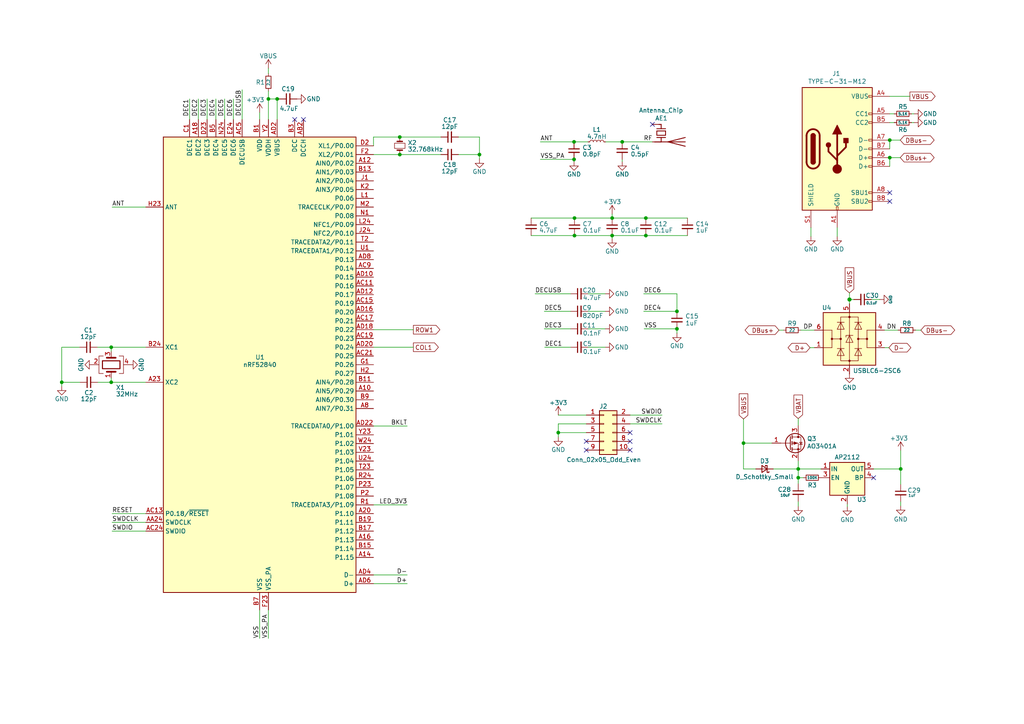
<source format=kicad_sch>
(kicad_sch (version 20211123) (generator eeschema)
  (paper "A4")
  (lib_symbols
    (symbol "Battery_Management:MCP73831-2-OT" (pin_names (offset 1.016))
      (property "Reference" "U" (at -7.62 6.35 0))
      (property "Value" "MCP73831-2-OT" (at 1.27 6.35 0))
      (symbol "MCP73831-2-OT_1_1"
        (pin output line (at 10.16 -2.54 180) (length 2.54) (name "STAT") (number "1"))
        (pin power_in line (at 0 -7.62 90) (length 2.54) (name "VSS") (number "2"))
        (pin power_out line (at 10.16 2.54 180) (length 2.54) (name "VBAT") (number "3"))
        (pin power_in line (at 0 7.62 270) (length 2.54) (name "VDD") (number "4"))
        (pin input line (at -10.16 -2.54 0) (length 2.54) (name "PROG") (number "5"))
      )
    )
    (symbol "Connector_Generic:Conn_01x02" (pin_names (offset 1.016) hide)
      (property "Reference" "J" (at 0 2.54 0))
      (property "Value" "Conn_01x02" (at 0 -5.08 0))
      (symbol "Conn_01x02_1_1"
        (pin passive line (at -5.08 0 0) (length 3.81) (name "Pin_1") (number "1"))
        (pin passive line (at -5.08 -2.54 0) (length 3.81) (name "Pin_2") (number "2"))
      )
    )
    (symbol "Connector_Generic:Conn_02x05_Odd_Even" (pin_names (offset 1.016) hide)
      (property "Reference" "J" (at 1.27 7.62 0))
      (property "Value" "Conn_02x05_Odd_Even" (at 1.27 -7.62 0))
      (symbol "Conn_02x05_Odd_Even_1_1"
        (pin passive line (at -5.08 5.08 0) (length 3.81) (name "Pin_1") (number "1"))
        (pin passive line (at 7.62 -5.08 180) (length 3.81) (name "Pin_10") (number "10"))
        (pin passive line (at 7.62 5.08 180) (length 3.81) (name "Pin_2") (number "2"))
        (pin passive line (at -5.08 2.54 0) (length 3.81) (name "Pin_3") (number "3"))
        (pin passive line (at 7.62 2.54 180) (length 3.81) (name "Pin_4") (number "4"))
        (pin passive line (at -5.08 0 0) (length 3.81) (name "Pin_5") (number "5"))
        (pin passive line (at 7.62 0 180) (length 3.81) (name "Pin_6") (number "6"))
        (pin passive line (at -5.08 -2.54 0) (length 3.81) (name "Pin_7") (number "7"))
        (pin passive line (at 7.62 -2.54 180) (length 3.81) (name "Pin_8") (number "8"))
        (pin passive line (at -5.08 -5.08 0) (length 3.81) (name "Pin_9") (number "9"))
      )
    )
    (symbol "Device:Antenna_Chip" (pin_numbers hide) (pin_names (offset 1.016) hide)
      (property "Reference" "AE" (at 0 5.08 0))
      (property "Value" "Antenna_Chip" (at 0 3.175 0))
      (symbol "Antenna_Chip_1_1"
        (pin input line (at -2.54 -2.54 90) (length 2.54) (name "FEED") (number "1"))
        (pin passive line (at 2.54 -2.54 90) (length 2.54) (name "PCB_Trace") (number "2"))
      )
    )
    (symbol "Device:C_Small" (pin_numbers hide) (pin_names (offset 0.254) hide)
      (property "Reference" "C" (at 0.254 1.778 0))
      (property "Value" "C_Small" (at 0.254 -2.032 0))
      (symbol "C_Small_1_1"
        (pin passive line (at 0 2.54 270) (length 2.032) (name "~") (number "1"))
        (pin passive line (at 0 -2.54 90) (length 2.032) (name "~") (number "2"))
      )
    )
    (symbol "Device:Crystal_GND24" (pin_names (offset 1.016) hide)
      (property "Reference" "Y" (at 3.175 5.08 0))
      (property "Value" "Crystal_GND24" (at 3.175 3.175 0))
      (symbol "Crystal_GND24_1_1"
        (pin passive line (at -3.81 0 0) (length 1.27) (name "1") (number "1"))
        (pin passive line (at 0 5.08 270) (length 1.27) (name "2") (number "2"))
        (pin passive line (at 3.81 0 180) (length 1.27) (name "3") (number "3"))
        (pin passive line (at 0 -5.08 90) (length 1.27) (name "4") (number "4"))
      )
    )
    (symbol "Device:Crystal_Small" (pin_numbers hide) (pin_names (offset 1.016) hide)
      (property "Reference" "Y" (at 0 2.54 0))
      (property "Value" "Crystal_Small" (at 0 -2.54 0))
      (symbol "Crystal_Small_1_1"
        (pin passive line (at -2.54 0 0) (length 1.27) (name "1") (number "1"))
        (pin passive line (at 2.54 0 180) (length 1.27) (name "2") (number "2"))
      )
    )
    (symbol "Device:D_Schottky_Small" (pin_numbers hide) (pin_names (offset 0.254) hide)
      (property "Reference" "D" (at -1.27 2.032 0))
      (property "Value" "D_Schottky_Small" (at -7.112 -2.032 0))
      (symbol "D_Schottky_Small_1_1"
        (pin passive line (at -2.54 0 0) (length 1.778) (name "K") (number "1"))
        (pin passive line (at 2.54 0 180) (length 1.778) (name "A") (number "2"))
      )
    )
    (symbol "Device:D_Small" (pin_numbers hide) (pin_names (offset 0.254) hide)
      (property "Reference" "D" (at -1.27 2.032 0))
      (property "Value" "D_Small" (at -3.81 -2.032 0))
      (symbol "D_Small_1_1"
        (pin passive line (at -2.54 0 0) (length 1.778) (name "K") (number "1"))
        (pin passive line (at 2.54 0 180) (length 1.778) (name "A") (number "2"))
      )
    )
    (symbol "Device:LED" (pin_numbers hide) (pin_names (offset 1.016) hide)
      (property "Reference" "D" (at 0 2.54 0))
      (property "Value" "LED" (at 0 -2.54 0))
      (symbol "LED_1_1"
        (pin passive line (at -3.81 0 0) (length 2.54) (name "K") (number "1"))
        (pin passive line (at 3.81 0 180) (length 2.54) (name "A") (number "2"))
      )
    )
    (symbol "Device:LED_Small" (pin_numbers hide) (pin_names (offset 0.254) hide)
      (property "Reference" "D" (at -1.27 3.175 0))
      (property "Value" "LED_Small" (at -4.445 -2.54 0))
      (symbol "LED_Small_1_1"
        (pin passive line (at -2.54 0 0) (length 1.778) (name "K") (number "1"))
        (pin passive line (at 2.54 0 180) (length 1.778) (name "A") (number "2"))
      )
    )
    (symbol "Device:L_Small" (pin_numbers hide) (pin_names (offset 0.254) hide)
      (property "Reference" "L" (at 0.762 1.016 0))
      (property "Value" "L_Small" (at 0.762 -1.016 0))
      (symbol "L_Small_1_1"
        (pin passive line (at 0 2.54 270) (length 0.508) (name "~") (number "1"))
        (pin passive line (at 0 -2.54 90) (length 0.508) (name "~") (number "2"))
      )
    )
    (symbol "Device:R_Small" (pin_numbers hide) (pin_names (offset 0.254) hide)
      (property "Reference" "R" (at 0.762 0.508 0))
      (property "Value" "R_Small" (at 0.762 -1.016 0))
      (symbol "R_Small_1_1"
        (pin passive line (at 0 2.54 270) (length 0.762) (name "~") (number "1"))
        (pin passive line (at 0 -2.54 90) (length 0.762) (name "~") (number "2"))
      )
    )
    (symbol "Device:RotaryEncoder_Switch" (pin_names (offset 0.254) hide)
      (property "Reference" "SW" (at 0 6.604 0))
      (property "Value" "RotaryEncoder_Switch" (at 0 -6.604 0))
      (symbol "RotaryEncoder_Switch_1_1"
        (pin passive line (at -7.62 2.54 0) (length 2.54) (name "A") (number "A"))
        (pin passive line (at -7.62 -2.54 0) (length 2.54) (name "B") (number "B"))
        (pin passive line (at -7.62 0 0) (length 2.54) (name "C") (number "C"))
        (pin passive line (at 7.62 2.54 180) (length 2.54) (name "S1") (number "S1"))
        (pin passive line (at 7.62 -2.54 180) (length 2.54) (name "S2") (number "S2"))
      )
    )
    (symbol "LED:SK6812" (pin_names (offset 0.254))
      (property "Reference" "D" (at 5.08 5.715 0))
      (property "Value" "SK6812" (at 1.27 -5.715 0))
      (symbol "SK6812_0_0"
        (text "RGB" (at 2.286 -4.191 0) (effects (font (size 0.762 0.762))))
      )
      (symbol "SK6812_1_1"
        (pin power_in line (at 0 -7.62 90) (length 2.54) (name "VSS") (number "1"))
        (pin input line (at -7.62 0 0) (length 2.54) (name "DIN") (number "2"))
        (pin power_in line (at 0 7.62 270) (length 2.54) (name "VDD") (number "3"))
        (pin output line (at 7.62 0 180) (length 2.54) (name "DOUT") (number "4"))
      )
    )
    (symbol "MCU_Nordic:nRF52840"
      (property "Reference" "U" (at 0 5.08 0))
      (property "Value" "nRF52840" (at 0 2.54 0))
      (symbol "nRF52840_1_1"
        (pin bidirectional line (at 33.02 -7.62 180) (length 5.08) (name "AIN5/P0.29") (number "A10"))
        (pin bidirectional line (at 33.02 58.42 180) (length 5.08) (name "AIN0/P0.02") (number "A12"))
        (pin bidirectional line (at 33.02 -55.88 180) (length 5.08) (name "P1.15") (number "A14"))
        (pin bidirectional line (at 33.02 -50.8 180) (length 5.08) (name "P1.13") (number "A16"))
        (pin passive line (at -17.78 71.12 270) (length 5.08) (name "DEC2") (number "A18"))
        (pin bidirectional line (at 33.02 -43.18 180) (length 5.08) (name "P1.10") (number "A20"))
        (pin passive line (at 0 71.12 270) (length 5.08) hide (name "VDD") (number "A22"))
        (pin input line (at -33.02 -5.08 0) (length 5.08) (name "XC2") (number "A23"))
        (pin bidirectional line (at 33.02 -12.7 180) (length 5.08) (name "AIN7/P0.31") (number "A8"))
        (pin input line (at -33.02 -45.72 0) (length 5.08) (name "SWDCLK") (number "AA24"))
        (pin power_out line (at 12.7 71.12 270) (length 5.08) (name "DCCH") (number "AB2"))
        (pin bidirectional line (at 33.02 22.86 180) (length 5.08) (name "P0.16") (number "AC11"))
        (pin bidirectional line (at -33.02 -43.18 0) (length 5.08) (name "P0.18/~{RESET}") (number "AC13"))
        (pin bidirectional line (at 33.02 17.78 180) (length 5.08) (name "P0.19") (number "AC15"))
        (pin bidirectional line (at 33.02 12.7 180) (length 5.08) (name "P0.21") (number "AC17"))
        (pin bidirectional line (at 33.02 7.62 180) (length 5.08) (name "P0.23") (number "AC19"))
        (pin bidirectional line (at 33.02 2.54 180) (length 5.08) (name "P0.25") (number "AC21"))
        (pin bidirectional line (at -33.02 -48.26 0) (length 5.08) (name "SWDIO") (number "AC24"))
        (pin passive line (at -5.08 71.12 270) (length 5.08) (name "DECUSB") (number "AC5"))
        (pin bidirectional line (at 33.02 27.94 180) (length 5.08) (name "P0.14") (number "AC9"))
        (pin bidirectional line (at 33.02 25.4 180) (length 5.08) (name "P0.15") (number "AD10"))
        (pin bidirectional line (at 33.02 20.32 180) (length 5.08) (name "P0.17") (number "AD12"))
        (pin passive line (at 0 71.12 270) (length 5.08) hide (name "VDD") (number "AD14"))
        (pin bidirectional line (at 33.02 15.24 180) (length 5.08) (name "P0.20") (number "AD16"))
        (pin bidirectional line (at 33.02 10.16 180) (length 5.08) (name "P0.22") (number "AD18"))
        (pin power_in line (at 5.08 71.12 270) (length 5.08) (name "VBUS") (number "AD2"))
        (pin bidirectional line (at 33.02 5.08 180) (length 5.08) (name "P0.24") (number "AD20"))
        (pin bidirectional line (at 33.02 -17.78 180) (length 5.08) (name "TRACEDATA0/P1.00") (number "AD22"))
        (pin passive line (at 0 71.12 270) (length 5.08) hide (name "VDD") (number "AD23"))
        (pin bidirectional line (at 33.02 -60.96 180) (length 5.08) (name "D-") (number "AD4"))
        (pin bidirectional line (at 33.02 -63.5 180) (length 5.08) (name "D+") (number "AD6"))
        (pin bidirectional line (at 33.02 30.48 180) (length 5.08) (name "P0.13") (number "AD8"))
        (pin power_in line (at 0 71.12 270) (length 5.08) (name "VDD") (number "B1"))
        (pin bidirectional line (at 33.02 -5.08 180) (length 5.08) (name "AIN4/P0.28") (number "B11"))
        (pin bidirectional line (at 33.02 55.88 180) (length 5.08) (name "AIN1/P0.03") (number "B13"))
        (pin bidirectional line (at 33.02 -53.34 180) (length 5.08) (name "P1.14") (number "B15"))
        (pin bidirectional line (at 33.02 -48.26 180) (length 5.08) (name "P1.12") (number "B17"))
        (pin bidirectional line (at 33.02 -45.72 180) (length 5.08) (name "P1.11") (number "B19"))
        (pin input line (at -33.02 5.08 0) (length 5.08) (name "XC1") (number "B24"))
        (pin power_out line (at 10.16 71.12 270) (length 5.08) (name "DCC") (number "B3"))
        (pin passive line (at -12.7 71.12 270) (length 5.08) (name "DEC4") (number "B5"))
        (pin power_in line (at 0 -71.12 90) (length 5.08) (name "VSS") (number "B7"))
        (pin bidirectional line (at 33.02 -10.16 180) (length 5.08) (name "AIN6/P0.30") (number "B9"))
        (pin passive line (at -20.32 71.12 270) (length 5.08) (name "DEC1") (number "C1"))
        (pin bidirectional line (at 33.02 63.5 180) (length 5.08) (name "XL1/P0.00") (number "D2"))
        (pin passive line (at -15.24 71.12 270) (length 5.08) (name "DEC3") (number "D23"))
        (pin passive line (at -7.62 71.12 270) (length 5.08) (name "DEC6") (number "E24"))
        (pin passive line (at 0 -71.12 90) (length 5.08) hide (name "VSS") (number "EP"))
        (pin bidirectional line (at 33.02 60.96 180) (length 5.08) (name "XL2/P0.01") (number "F2"))
        (pin power_in line (at 2.54 -71.12 90) (length 5.08) (name "VSS_PA") (number "F23"))
        (pin bidirectional line (at 33.02 0 180) (length 5.08) (name "P0.26") (number "G1"))
        (pin bidirectional line (at 33.02 -2.54 180) (length 5.08) (name "P0.27") (number "H2"))
        (pin passive line (at -33.02 45.72 0) (length 5.08) (name "ANT") (number "H23"))
        (pin bidirectional line (at 33.02 53.34 180) (length 5.08) (name "AIN2/P0.04") (number "J1"))
        (pin bidirectional line (at 33.02 38.1 180) (length 5.08) (name "NFC2/P0.10") (number "J24"))
        (pin bidirectional line (at 33.02 50.8 180) (length 5.08) (name "AIN3/P0.05") (number "K2"))
        (pin bidirectional line (at 33.02 48.26 180) (length 5.08) (name "P0.06") (number "L1"))
        (pin bidirectional line (at 33.02 40.64 180) (length 5.08) (name "NFC1/P0.09") (number "L24"))
        (pin bidirectional line (at 33.02 45.72 180) (length 5.08) (name "TRACECLK/P0.07") (number "M2"))
        (pin bidirectional line (at 33.02 43.18 180) (length 5.08) (name "P0.08") (number "N1"))
        (pin passive line (at -10.16 71.12 270) (length 5.08) (name "DEC5") (number "N24"))
        (pin bidirectional line (at 33.02 -38.1 180) (length 5.08) (name "P1.08") (number "P2"))
        (pin bidirectional line (at 33.02 -35.56 180) (length 5.08) (name "P1.07") (number "P23"))
        (pin bidirectional line (at 33.02 -40.64 180) (length 5.08) (name "TRACEDATA3/P1.09") (number "R1"))
        (pin bidirectional line (at 33.02 -33.02 180) (length 5.08) (name "P1.06") (number "R24"))
        (pin bidirectional line (at 33.02 35.56 180) (length 5.08) (name "TRACEDATA2/P0.11") (number "T2"))
        (pin bidirectional line (at 33.02 -30.48 180) (length 5.08) (name "P1.05") (number "T23"))
        (pin bidirectional line (at 33.02 33.02 180) (length 5.08) (name "TRACEDATA1/P0.12") (number "U1"))
        (pin bidirectional line (at 33.02 -27.94 180) (length 5.08) (name "P1.04") (number "U24"))
        (pin bidirectional line (at 33.02 -25.4 180) (length 5.08) (name "P1.03") (number "V23"))
        (pin passive line (at 0 71.12 270) (length 5.08) hide (name "VDD") (number "W1"))
        (pin bidirectional line (at 33.02 -22.86 180) (length 5.08) (name "P1.02") (number "W24"))
        (pin power_in line (at 2.54 71.12 270) (length 5.08) (name "VDDH") (number "Y2"))
        (pin bidirectional line (at 33.02 -20.32 180) (length 5.08) (name "P1.01") (number "Y23"))
      )
    )
    (symbol "Power_Protection:USBLC6-2SC6" (pin_names hide)
      (property "Reference" "U" (at 2.54 8.89 0))
      (property "Value" "USBLC6-2SC6" (at 2.54 -8.89 0))
      (symbol "USBLC6-2SC6_1_1"
        (pin passive line (at -10.16 -2.54 0) (length 2.54) (name "I/O1") (number "1"))
        (pin passive line (at 0 -10.16 90) (length 2.54) (name "GND") (number "2"))
        (pin passive line (at 10.16 -2.54 180) (length 2.54) (name "I/O2") (number "3"))
        (pin passive line (at 10.16 2.54 180) (length 2.54) (name "I/O2") (number "4"))
        (pin passive line (at 0 10.16 270) (length 2.54) (name "VBUS") (number "5"))
        (pin passive line (at -10.16 2.54 0) (length 2.54) (name "I/O1") (number "6"))
      )
    )
    (symbol "Regulator_Linear:SPX3819M5-L-3-3" (pin_names (offset 0.254))
      (property "Reference" "U" (at -3.81 5.715 0))
      (property "Value" "SPX3819M5-L-3-3" (at 0 5.715 0))
      (symbol "SPX3819M5-L-3-3_1_1"
        (pin power_in line (at -7.62 2.54 0) (length 2.54) (name "IN") (number "1"))
        (pin power_in line (at 0 -7.62 90) (length 2.54) (name "GND") (number "2"))
        (pin input line (at -7.62 0 0) (length 2.54) (name "EN") (number "3"))
        (pin input line (at 7.62 0 180) (length 2.54) (name "BP") (number "4"))
        (pin power_out line (at 7.62 2.54 180) (length 2.54) (name "OUT") (number "5"))
      )
    )
    (symbol "Transistor_FET:2N7002" (pin_names hide)
      (property "Reference" "Q" (at 5.08 1.905 0))
      (property "Value" "2N7002" (at 5.08 0 0))
      (symbol "2N7002_1_1"
        (pin input line (at -5.08 0 0) (length 2.54) (name "G") (number "1"))
        (pin passive line (at 2.54 -5.08 90) (length 2.54) (name "S") (number "2"))
        (pin passive line (at 2.54 5.08 270) (length 2.54) (name "D") (number "3"))
      )
    )
    (symbol "Transistor_FET:AO3401A" (pin_names hide)
      (property "Reference" "Q" (at 5.08 1.905 0))
      (property "Value" "AO3401A" (at 5.08 0 0))
      (symbol "AO3401A_1_1"
        (pin input line (at -5.08 0 0) (length 2.54) (name "G") (number "1"))
        (pin passive line (at 2.54 -5.08 90) (length 2.54) (name "S") (number "2"))
        (pin passive line (at 2.54 5.08 270) (length 2.54) (name "D") (number "3"))
      )
    )
    (symbol "acheron_Symbols:TYPE-C-31-M-12" (pin_names (offset 1.016))
      (property "Reference" "J" (at 0 24.13 0))
      (property "Value" "TYPE-C-31-M-12" (at 0 21.59 0))
      (symbol "TYPE-C-31-M-12_1_1"
        (pin passive line (at 0 -21.59 90) (length 5.08) (name "GND") (number "A1"))
        (pin passive line (at 15.24 16.51 180) (length 5.08) (name "VBUS") (number "A4"))
        (pin bidirectional line (at 15.24 11.43 180) (length 5.08) (name "CC1") (number "A5"))
        (pin bidirectional line (at 15.24 -1.27 180) (length 5.08) (name "D+") (number "A6"))
        (pin bidirectional line (at 15.24 3.81 180) (length 5.08) (name "D-") (number "A7"))
        (pin bidirectional line (at 15.24 -11.43 180) (length 5.08) (name "SBU1") (number "A8"))
        (pin passive line (at 0 -21.59 90) (length 5.08) hide (name "GND") (number "B1"))
        (pin passive line (at 15.24 16.51 180) (length 5.08) hide (name "VBUS") (number "B4"))
        (pin bidirectional line (at 15.24 8.89 180) (length 5.08) (name "CC2") (number "B5"))
        (pin bidirectional line (at 15.24 -3.81 180) (length 5.08) (name "D+") (number "B6"))
        (pin bidirectional line (at 15.24 1.27 180) (length 5.08) (name "D-") (number "B7"))
        (pin bidirectional line (at 15.24 -13.97 180) (length 5.08) (name "SBU2") (number "B8"))
        (pin passive line (at -7.62 -21.59 90) (length 5.08) (name "SHIELD") (number "S1"))
      )
    )
    (symbol "power:+3.3V" (power) (pin_names (offset 0))
      (property "Value" "+3.3V" (at 0 3.556 0))
      (symbol "+3.3V_1_1"
        (pin power_in line (at 0 0 90) (length 0) hide (name "+3V3") (number "1"))
      )
    )
    (symbol "power:GND" (power) (pin_names (offset 0))
      (property "Value" "GND" (at 0 -3.81 0))
      (symbol "GND_1_1"
        (pin power_in line (at 0 0 270) (length 0) hide (name "GND") (number "1"))
      )
    )
    (symbol "power:VBUS" (power) (pin_names (offset 0))
      (property "Value" "VBUS" (at 0 3.81 0))
      (symbol "VBUS_1_1"
        (pin power_in line (at 0 0 90) (length 0) hide (name "VBUS") (number "1"))
      )
    )
  )
  (junction (at 187.325 63.246))
  (junction (at 115.951 39.751))
  (junction (at 231.521 138.557))
  (junction (at 231.521 136.017))
  (junction (at 196.342 95.377))
  (junction (at 177.546 63.246))
  (junction (at 177.546 68.326))
  (junction (at 166.624 63.246))
  (junction (at 258.064 45.72))
  (junction (at 322.326 38.481))
  (junction (at 180.467 41.148))
  (junction (at 187.325 68.326))
  (junction (at 359.918 137.414))
  (junction (at 246.38 86.868) (diameter 1.016))
  (junction (at 17.907 110.871))
  (junction (at 335.026 32.131))
  (junction (at 139.065 44.831))
  (junction (at 337.693 128.651))
  (junction (at 161.925 125.476))
  (junction (at 337.693 149.86))
  (junction (at 166.497 46.228))
  (junction (at 32.258 100.711))
  (junction (at 215.646 128.524))
  (junction (at 166.497 41.148))
  (junction (at 324.358 78.994) (diameter 0.9144))
  (junction (at 196.342 90.297))
  (junction (at 355.346 78.994) (diameter 0.9144))
  (junction (at 166.624 68.326))
  (junction (at 80.391 28.702))
  (junction (at 261.239 136.017))
  (junction (at 77.851 28.702))
  (junction (at 411.861 42.545))
  (junction (at 258.064 40.64))
  (junction (at 32.258 110.871))
  (junction (at 411.861 47.625))
  (junction (at 115.951 44.831))
  (no_connect (at 253.365 138.557))
  (no_connect (at 182.753 130.556))
  (no_connect (at 88.011 34.671))
  (no_connect (at 85.471 34.671))
  (no_connect (at 258.064 58.42))
  (no_connect (at 170.053 130.556))
  (no_connect (at 258.064 55.88))
  (no_connect (at 170.053 128.016))
  (no_connect (at 182.753 125.476))
  (no_connect (at 182.753 128.016))
  (no_connect (at 189.23 36.068))
  (wire (pts (xy 28.194 100.711) (xy 32.258 100.711)))
  (wire (pts (xy 139.065 39.751) (xy 139.065 44.831)))
  (wire (pts (xy 253.365 136.017) (xy 261.239 136.017)))
  (wire (pts (xy 246.38 84.963) (xy 246.38 86.868)))
  (wire (pts (xy 81.026 28.702) (xy 80.391 28.702)))
  (wire (pts (xy 327.533 149.86) (xy 337.693 149.86)))
  (wire (pts (xy 359.918 147.574) (xy 359.918 149.86)))
  (wire (pts (xy 359.918 127.127) (xy 359.918 137.414)))
  (wire (pts (xy 258.064 45.72) (xy 261.112 45.72)))
  (wire (pts (xy 261.239 145.542) (xy 261.239 146.685)))
  (wire (pts (xy 154.051 68.326) (xy 166.624 68.326)))
  (wire (pts (xy 261.239 136.017) (xy 261.239 140.462)))
  (wire (pts (xy 355.346 22.606) (xy 355.346 27.051)))
  (wire (pts (xy 335.026 32.131) (xy 339.979 32.131)))
  (wire (pts (xy 409.702 47.625) (xy 411.861 47.625)))
  (wire (pts (xy 175.514 95.377) (xy 170.561 95.377)))
  (wire (pts (xy 335.026 29.591) (xy 335.026 32.131)))
  (wire (pts (xy 118.11 166.751) (xy 108.331 166.751)))
  (wire (pts (xy 166.624 63.246) (xy 177.546 63.246)))
  (wire (pts (xy 355.346 69.85) (xy 355.346 70.739)))
  (wire (pts (xy 359.918 137.414) (xy 359.918 142.494)))
  (wire (pts (xy 156.718 41.148) (xy 166.497 41.148)))
  (wire (pts (xy 261.239 136.017) (xy 261.239 130.683)))
  (wire (pts (xy 157.861 95.377) (xy 165.481 95.377)))
  (wire (pts (xy 346.456 78.994) (xy 342.519 78.994)))
  (wire (pts (xy 337.693 149.86) (xy 337.693 150.876)))
  (wire (pts (xy 42.291 100.711) (xy 32.258 100.711)))
  (wire (pts (xy 315.468 78.994) (xy 311.531 78.994)))
  (wire (pts (xy 77.851 28.702) (xy 77.851 34.671)))
  (wire (pts (xy 335.026 22.479) (xy 335.026 24.511)))
  (wire (pts (xy 324.358 69.85) (xy 324.358 70.739)))
  (wire (pts (xy 231.521 136.017) (xy 238.125 136.017)))
  (wire (pts (xy 267.081 95.758) (xy 265.557 95.758)))
  (wire (pts (xy 432.181 47.625) (xy 434.213 47.625)))
  (wire (pts (xy 411.861 47.625) (xy 411.861 48.895)))
  (wire (pts (xy 359.918 149.86) (xy 337.693 149.86)))
  (wire (pts (xy 157.988 100.711) (xy 165.481 100.711)))
  (wire (pts (xy 166.497 46.863) (xy 166.497 46.228)))
  (wire (pts (xy 189.23 41.148) (xy 180.467 41.148)))
  (wire (pts (xy 322.326 45.212) (xy 322.326 46.355)))
  (wire (pts (xy 155.194 85.217) (xy 165.481 85.217)))
  (wire (pts (xy 331.978 88.519) (xy 347.726 88.519)))
  (wire (pts (xy 337.693 128.651) (xy 337.693 132.334)))
  (wire (pts (xy 161.925 122.936) (xy 170.053 122.936)))
  (wire (pts (xy 70.231 26.035) (xy 70.231 34.671)))
  (wire (pts (xy 235.204 66.04) (xy 235.204 68.58)))
  (wire (pts (xy 335.026 43.561) (xy 335.026 46.482)))
  (wire (pts (xy 335.026 32.131) (xy 335.026 33.401)))
  (wire (pts (xy 224.282 136.017) (xy 231.521 136.017)))
  (wire (pts (xy 115.951 44.831) (xy 127.889 44.831)))
  (wire (pts (xy 327.533 143.764) (xy 327.533 142.494)))
  (wire (pts (xy 139.065 44.831) (xy 132.969 44.831)))
  (wire (pts (xy 231.521 121.412) (xy 231.521 123.444)))
  (wire (pts (xy 115.951 39.751) (xy 127.889 39.751)))
  (wire (pts (xy 175.514 90.297) (xy 170.561 90.297)))
  (wire (pts (xy 32.258 100.711) (xy 32.258 101.981)))
  (wire (pts (xy 17.907 100.711) (xy 17.907 110.871)))
  (wire (pts (xy 28.321 110.871) (xy 32.258 110.871)))
  (wire (pts (xy 411.861 34.925) (xy 411.861 36.195)))
  (wire (pts (xy 108.331 146.431) (xy 118.11 146.431)))
  (wire (pts (xy 233.045 138.557) (xy 231.521 138.557)))
  (wire (pts (xy 353.949 142.494) (xy 355.219 142.494)))
  (wire (pts (xy 304.8 38.481) (xy 313.436 38.481)))
  (wire (pts (xy 180.467 46.863) (xy 180.467 46.228)))
  (wire (pts (xy 355.346 37.211) (xy 355.346 38.862)))
  (wire (pts (xy 318.516 38.481) (xy 322.326 38.481)))
  (wire (pts (xy 258.064 27.94) (xy 263.906 27.94)))
  (wire (pts (xy 177.546 63.246) (xy 187.325 63.246)))
  (wire (pts (xy 227.203 95.758) (xy 225.933 95.758)))
  (wire (pts (xy 156.718 46.228) (xy 166.497 46.228)))
  (wire (pts (xy 108.331 95.631) (xy 119.888 95.631)))
  (wire (pts (xy 355.346 78.994) (xy 355.346 80.899)))
  (wire (pts (xy 80.391 28.702) (xy 80.391 34.671)))
  (wire (pts (xy 175.514 100.711) (xy 170.561 100.711)))
  (wire (pts (xy 258.064 40.64) (xy 261.112 40.64)))
  (wire (pts (xy 186.69 85.217) (xy 196.342 85.217)))
  (wire (pts (xy 139.065 46.101) (xy 139.065 44.831)))
  (wire (pts (xy 355.219 136.525) (xy 355.219 142.494)))
  (wire (pts (xy 23.114 100.711) (xy 17.907 100.711)))
  (wire (pts (xy 108.331 100.711) (xy 119.888 100.711)))
  (wire (pts (xy 257.81 100.838) (xy 256.54 100.838)))
  (wire (pts (xy 187.325 68.326) (xy 199.39 68.326)))
  (wire (pts (xy 324.358 78.994) (xy 324.358 80.899)))
  (wire (pts (xy 157.861 90.297) (xy 165.481 90.297)))
  (wire (pts (xy 57.531 28.702) (xy 57.531 34.671)))
  (wire (pts (xy 327.533 148.844) (xy 327.533 149.86)))
  (wire (pts (xy 32.512 151.511) (xy 42.291 151.511)))
  (wire (pts (xy 355.346 53.213) (xy 355.346 54.229)))
  (wire (pts (xy 355.219 128.651) (xy 337.693 128.651)))
  (wire (pts (xy 215.646 136.017) (xy 215.646 128.524)))
  (wire (pts (xy 182.753 120.396) (xy 192.024 120.396)))
  (wire (pts (xy 177.546 62.103) (xy 177.546 63.246)))
  (wire (pts (xy 65.151 28.702) (xy 65.151 34.671)))
  (wire (pts (xy 355.346 43.942) (xy 355.346 45.593)))
  (wire (pts (xy 17.907 112.014) (xy 17.907 110.871)))
  (wire (pts (xy 260.477 95.758) (xy 256.54 95.758)))
  (wire (pts (xy 108.331 42.291) (xy 108.331 39.751)))
  (wire (pts (xy 54.991 28.702) (xy 54.991 34.671)))
  (wire (pts (xy 186.817 95.377) (xy 196.342 95.377)))
  (wire (pts (xy 413.131 77.597) (xy 413.131 75.819)))
  (wire (pts (xy 345.059 32.131) (xy 347.726 32.131)))
  (wire (pts (xy 196.342 85.217) (xy 196.342 90.297)))
  (wire (pts (xy 77.851 176.911) (xy 77.851 185.166)))
  (wire (pts (xy 187.325 63.246) (xy 199.39 63.246)))
  (wire (pts (xy 347.853 137.414) (xy 359.918 137.414)))
  (wire (pts (xy 322.326 38.481) (xy 322.326 40.132)))
  (wire (pts (xy 62.611 28.702) (xy 62.611 34.671)))
  (wire (pts (xy 258.064 40.64) (xy 258.064 43.18)))
  (wire (pts (xy 411.861 53.975) (xy 411.861 55.245)))
  (wire (pts (xy 32.512 60.071) (xy 42.291 60.071)))
  (wire (pts (xy 32.258 110.871) (xy 32.258 109.601)))
  (wire (pts (xy 196.342 96.647) (xy 196.342 95.377)))
  (wire (pts (xy 411.861 42.545) (xy 416.941 42.545)))
  (wire (pts (xy 42.291 110.871) (xy 32.258 110.871)))
  (wire (pts (xy 60.071 28.702) (xy 60.071 34.671)))
  (wire (pts (xy 337.693 127.127) (xy 337.693 128.651)))
  (wire (pts (xy 166.497 41.148) (xy 170.561 41.148)))
  (wire (pts (xy 215.646 121.539) (xy 215.646 128.524)))
  (wire (pts (xy 118.11 169.291) (xy 108.331 169.291)))
  (wire (pts (xy 219.202 136.017) (xy 215.646 136.017)))
  (wire (pts (xy 215.646 128.524) (xy 223.901 128.524)))
  (wire (pts (xy 320.548 78.994) (xy 324.358 78.994)))
  (wire (pts (xy 316.738 88.519) (xy 300.228 88.519)))
  (wire (pts (xy 258.064 45.72) (xy 258.064 48.26)))
  (wire (pts (xy 337.693 147.574) (xy 337.693 149.86)))
  (wire (pts (xy 328.93 162.814) (xy 332.486 162.814)))
  (wire (pts (xy 108.331 123.571) (xy 118.11 123.571)))
  (wire (pts (xy 108.331 39.751) (xy 115.951 39.751)))
  (wire (pts (xy 324.358 96.139) (xy 324.358 98.044)))
  (wire (pts (xy 236.22 95.758) (xy 232.283 95.758)))
  (wire (pts (xy 355.346 96.139) (xy 355.346 98.044)))
  (wire (pts (xy 177.546 68.326) (xy 187.325 68.326)))
  (wire (pts (xy 186.69 90.297) (xy 196.342 90.297)))
  (wire (pts (xy 77.851 19.812) (xy 77.851 21.336)))
  (wire (pts (xy 132.969 39.751) (xy 139.065 39.751)))
  (wire (pts (xy 231.521 145.415) (xy 231.521 146.812)))
  (wire (pts (xy 242.824 66.04) (xy 242.824 68.58)))
  (wire (pts (xy 322.326 38.481) (xy 327.406 38.481)))
  (wire (pts (xy 75.311 32.639) (xy 75.311 34.671)))
  (wire (pts (xy 252.73 86.868) (xy 255.143 86.868)))
  (wire (pts (xy 351.536 78.994) (xy 355.346 78.994)))
  (wire (pts (xy 77.851 28.702) (xy 80.391 28.702)))
  (wire (pts (xy 411.861 41.275) (xy 411.861 42.545)))
  (wire (pts (xy 347.853 142.494) (xy 348.869 142.494)))
  (wire (pts (xy 161.925 125.476) (xy 161.925 126.746)))
  (wire (pts (xy 332.486 165.354) (xy 332.486 166.37)))
  (wire (pts (xy 397.891 70.739) (xy 413.131 70.739)))
  (wire (pts (xy 246.38 88.138) (xy 246.38 86.868)))
  (wire (pts (xy 108.331 44.831) (xy 115.951 44.831)))
  (wire (pts (xy 231.521 138.557) (xy 231.521 140.335)))
  (wire (pts (xy 264.414 35.56) (xy 265.049 35.56)))
  (wire (pts (xy 17.907 110.871) (xy 23.241 110.871)))
  (wire (pts (xy 264.414 33.02) (xy 265.049 33.02)))
  (wire (pts (xy 77.851 26.416) (xy 77.851 28.702)))
  (wire (pts (xy 231.521 133.604) (xy 231.521 136.017)))
  (wire (pts (xy 161.925 120.396) (xy 170.053 120.396)))
  (wire (pts (xy 67.691 28.702) (xy 67.691 34.671)))
  (wire (pts (xy 182.753 122.936) (xy 192.024 122.936)))
  (wire (pts (xy 75.311 176.911) (xy 75.311 185.166)))
  (wire (pts (xy 245.745 146.177) (xy 245.745 146.939)))
  (wire (pts (xy 32.512 148.971) (xy 42.291 148.971)))
  (wire (pts (xy 177.546 69.215) (xy 177.546 68.326)))
  (wire (pts (xy 236.22 100.838) (xy 234.95 100.838)))
  (wire (pts (xy 404.241 65.405) (xy 404.241 77.597)))
  (wire (pts (xy 175.514 85.217) (xy 170.561 85.217)))
  (wire (pts (xy 180.467 41.148) (xy 175.641 41.148)))
  (wire (pts (xy 434.213 42.545) (xy 432.181 42.545)))
  (wire (pts (xy 355.219 131.445) (xy 355.219 128.651)))
  (wire (pts (xy 258.064 33.02) (xy 259.334 33.02)))
  (wire (pts (xy 324.358 75.819) (xy 324.358 78.994)))
  (wire (pts (xy 32.512 154.051) (xy 42.291 154.051)))
  (wire (pts (xy 161.925 125.476) (xy 170.053 125.476)))
  (wire (pts (xy 411.861 47.625) (xy 416.941 47.625)))
  (wire (pts (xy 355.346 75.819) (xy 355.346 78.994)))
  (wire (pts (xy 161.925 122.936) (xy 161.925 125.476)))
  (wire (pts (xy 154.051 63.246) (xy 166.624 63.246)))
  (wire (pts (xy 247.65 86.868) (xy 246.38 86.868)))
  (wire (pts (xy 258.064 35.56) (xy 259.334 35.56)))
  (wire (pts (xy 166.624 68.326) (xy 177.546 68.326)))
  (wire (pts (xy 231.521 136.017) (xy 231.521 138.557)))
  (wire (pts (xy 409.702 42.545) (xy 411.861 42.545)))
  (label "RF" (at 189.23 41.148 180))
  (label "BKLT" (at 304.8 38.481 0))
  (label "DEC1" (at 54.991 28.702 270))
  (label "VSS_PA" (at 77.851 185.166 90))
  (label "LED_3V3" (at 118.11 146.431 180))
  (label "SWDIO" (at 32.512 154.051 0))
  (label "ANT" (at 32.512 60.071 0))
  (label "SWDIO" (at 192.024 120.396 180))
  (label "BKLT" (at 118.11 123.571 180))
  (label "DEC5" (at 65.151 28.702 270))
  (label "DEC3" (at 60.071 28.702 270))
  (label "D-" (at 118.11 166.751 180))
  (label "DEC2" (at 57.531 28.702 270))
  (label "ANT" (at 156.718 41.148 0))
  (label "LED_3.3V" (at 300.228 88.519 0))
  (label "D+" (at 118.11 169.291 180))
  (label "RESET" (at 32.512 148.971 0))
  (label "DEC6" (at 186.69 85.217 0))
  (label "DEC1" (at 157.988 100.711 0))
  (label "DEC4" (at 62.611 28.702 270))
  (label "DEC6" (at 67.691 28.702 270))
  (label "DP" (at 235.712 95.758 180))
  (label "VSS" (at 75.311 185.166 90))
  (label "VSS" (at 186.817 95.377 0))
  (label "SWDCLK" (at 32.512 151.511 0))
  (label "VSS_PA" (at 156.718 46.228 0))
  (label "DEC3" (at 157.861 95.377 0))
  (label "SWDCLK" (at 192.024 122.936 180))
  (label "DECUSB" (at 70.231 26.035 270))
  (label "DECUSB" (at 155.194 85.217 0))
  (label "DEC4" (at 186.69 90.297 0))
  (label "DEC5" (at 157.861 90.297 0))
  (label "DN" (at 259.969 95.758 180))
  (global_label "ROW1" (shape input) (at 397.891 70.739 180) (property "Intersheet References" "${INTERSHEET_REFS}" (effects hide)))
  (global_label "ROW1" (shape output) (at 119.888 95.631 0) (property "Intersheet References" "${INTERSHEET_REFS}" (effects hide)))
  (global_label "VBAT" (shape output) (at 328.93 162.814 180) (property "Intersheet References" "${INTERSHEET_REFS}" (effects hide)))
  (global_label "COL1" (shape input) (at 404.241 65.405 90) (property "Intersheet References" "${INTERSHEET_REFS}" (effects hide)))
  (global_label "VBUS" (shape input) (at 246.38 84.963 90) (property "Intersheet References" "${INTERSHEET_REFS}" (effects hide)))
  (global_label "DBus-" (shape bidirectional) (at 267.081 95.758 0) (property "Intersheet References" "${INTERSHEET_REFS}" (effects hide)))
  (global_label "VBAT" (shape input) (at 231.521 121.412 90) (property "Intersheet References" "${INTERSHEET_REFS}" (effects hide)))
  (global_label "DBus-" (shape bidirectional) (at 261.112 40.64 0) (property "Intersheet References" "${INTERSHEET_REFS}" (effects hide)))
  (global_label "VBUS" (shape input) (at 215.646 121.539 90) (property "Intersheet References" "${INTERSHEET_REFS}" (effects hide)))
  (global_label "COL1" (shape output) (at 119.888 100.711 0) (property "Intersheet References" "${INTERSHEET_REFS}" (effects hide)))
  (global_label "S1" (shape output) (at 404.241 77.597 270) (property "Intersheet References" "${INTERSHEET_REFS}" (effects hide)))
  (global_label "D-" (shape bidirectional) (at 257.81 100.838 0) (property "Intersheet References" "${INTERSHEET_REFS}" (effects hide)))
  (global_label "E_B" (shape output) (at 409.702 47.625 180) (property "Intersheet References" "${INTERSHEET_REFS}" (effects hide)))
  (global_label "S2" (shape output) (at 434.213 47.625 0) (property "Intersheet References" "${INTERSHEET_REFS}" (effects hide)))
  (global_label "S2" (shape output) (at 413.131 77.597 270) (property "Intersheet References" "${INTERSHEET_REFS}" (effects hide)))
  (global_label "VBUS" (shape input) (at 337.693 127.127 90) (property "Intersheet References" "${INTERSHEET_REFS}" (effects hide)))
  (global_label "D+" (shape bidirectional) (at 234.95 100.838 180) (property "Intersheet References" "${INTERSHEET_REFS}" (effects hide)))
  (global_label "VBUS" (shape output) (at 263.906 27.94 0) (property "Intersheet References" "${INTERSHEET_REFS}" (effects hide)))
  (global_label "DBus+" (shape bidirectional) (at 261.112 45.72 0) (property "Intersheet References" "${INTERSHEET_REFS}" (effects hide)))
  (global_label "E_A" (shape output) (at 409.702 42.545 180) (property "Intersheet References" "${INTERSHEET_REFS}" (effects hide)))
  (global_label "S1" (shape output) (at 434.213 42.545 0) (property "Intersheet References" "${INTERSHEET_REFS}" (effects hide)))
  (global_label "VBAT" (shape output) (at 359.918 127.127 90) (property "Intersheet References" "${INTERSHEET_REFS}" (effects hide)))
  (global_label "DBus+" (shape bidirectional) (at 225.933 95.758 180) (property "Intersheet References" "${INTERSHEET_REFS}" (effects hide)))
  (symbol (lib_id "Device:D_Schottky_Small") (at 221.742 136.017 180) (unit 1)
    (property "Reference" "D3" (at 221.742 133.731 0))
    (property "Value" "D_Schottky_Small" (at 221.742 138.303 0))
    (property "Footprint" "Diode_SMD:D_SOD-123F" (effects hide))
  )
  (symbol (lib_id "power:GND") (at 311.531 78.994 270) (unit 1)
    (property "Reference" "#PWR0127" (effects hide))
    (property "Value" "GND" (at 306.451 78.994 90))
  )
  (symbol (lib_id "Device:D_Small") (at 413.131 73.279 270) (unit 1)
    (property "Reference" "D5" (at 415.163 72.39 90) (effects (justify left)))
    (property "Value" "D_Small" (at 415.163 74.5489 90) (effects (justify left)))
    (property "Footprint" "acheron_Components:D_SOD-123" (effects hide))
  )
  (symbol (lib_id "Device:R_Small") (at 324.358 73.279 0) (mirror x) (unit 1)
    (property "Reference" "R10" (at 321.183 73.279 0))
    (property "Value" "5.1R" (at 324.358 73.279 90) (effects (font (size 0.7874 0.7874))))
    (property "Footprint" "Resistor_SMD:R_0603_1608Metric" (effects hide))
    (property "Package" "R0402" (effects hide))
    (property "Manufacturer" "Uniroyal" (effects hide))
    (property "Manufacturer Part Number" "0402WGJ033JTCE" (effects hide))
    (property "Specification" "±1% 1/16W Thick Film Resistors 50V 0805" (effects hide))
    (property "Vendor Part Number" "LCSC C25165" (effects hide))
  )
  (symbol (lib_id "Device:C_Small") (at 411.861 38.735 0) (unit 1)
    (property "Reference" "C27" (at 407.797 37.592 0))
    (property "Value" "0.1uF" (at 406.908 39.497 0))
    (property "Footprint" "Capacitor_SMD:C_0603_1608Metric" (effects hide))
    (property "Package" "C0402" (effects hide))
    (property "Specification" "50V 100nF X7R ±10% 0402  MLCC" (effects hide))
    (property "Manufacturer" "Samsung" (effects hide))
    (property "Manufacturer Part Number" "CL05B104KB54PNC" (effects hide))
    (property "Vendor Part Number" "LCSC C307331" (effects hide))
  )
  (symbol (lib_id "Device:R_Small") (at 229.743 95.758 270) (mirror x) (unit 1)
    (property "Reference" "R9" (at 229.743 93.8098 90))
    (property "Value" "22" (at 229.743 95.758 90) (effects (font (size 0.889 0.889))))
    (property "Footprint" "Resistor_SMD:R_0603_1608Metric" (effects hide))
  )
  (symbol (lib_id "Device:C_Small") (at 187.325 65.786 0) (unit 1)
    (property "Reference" "C12" (at 189.6491 64.9576 0) (effects (justify left)))
    (property "Value" "0.1uF" (at 189.738 66.802 0) (effects (justify left)))
    (property "Footprint" "Capacitor_SMD:C_0603_1608Metric" (effects hide))
  )
  (symbol (lib_id "power:GND") (at 265.049 33.02 90) (unit 1)
    (property "Reference" "#PWR0120" (effects hide))
    (property "Value" "GND" (at 269.748 33.02 90))
  )
  (symbol (lib_id "power:GND") (at 242.824 68.58 0) (unit 1)
    (property "Reference" "#PWR0160" (effects hide))
    (property "Value" "GND" (at 242.824 72.263 0))
  )
  (symbol (lib_id "power:GND") (at 355.346 54.229 0) (unit 1)
    (property "Reference" "#PWR0107" (effects hide))
    (property "Value" "GND" (at 355.346 58.039 0))
  )
  (symbol (lib_id "power:GND") (at 177.546 69.215 0) (unit 1)
    (property "Reference" "#PWR0152" (effects hide))
    (property "Value" "GND" (at 177.546 72.898 0))
  )
  (symbol (lib_id "Device:R_Small") (at 327.533 146.304 180) (unit 1)
    (property "Reference" "R2" (at 326.263 145.415 0) (effects (justify left)))
    (property "Value" "10K" (at 326.136 147.447 0) (effects (justify left)))
    (property "Footprint" "Resistor_SMD:R_0603_1608Metric" (effects hide))
  )
  (symbol (lib_id "power:GND") (at 265.049 35.56 90) (unit 1)
    (property "Reference" "#PWR0121" (effects hide))
    (property "Value" "GND" (at 269.748 35.56 90))
  )
  (symbol (lib_id "LED:SK6812") (at 324.358 88.519 0) (unit 1)
    (property "Reference" "D1" (at 326.263 78.994 0) (effects (justify left)))
    (property "Value" "SK6812" (at 326.263 81.534 0) (effects (font (size 1.016 1.016)) (justify left)))
    (property "Footprint" "LED_SMD:LED_SK6812_PLCC4_5.0x5.0mm_P3.2mm" (effects hide))
    (property "Vendor Part Number" "LCSC C965556" (effects hide))
    (property "Specification" "Integrated controller serial RGB LED 2020 package" (effects hide))
  )
  (symbol (lib_id "Device:C_Small") (at 411.861 51.435 0) (unit 1)
    (property "Reference" "C26" (at 407.924 50.673 0))
    (property "Value" "0.1uF" (at 407.035 52.578 0))
    (property "Footprint" "Capacitor_SMD:C_0603_1608Metric" (effects hide))
    (property "Package" "C0402" (effects hide))
    (property "Specification" "50V 100nF X7R ±10% 0402  MLCC" (effects hide))
    (property "Manufacturer" "Samsung" (effects hide))
    (property "Manufacturer Part Number" "CL05B104KB54PNC" (effects hide))
    (property "Vendor Part Number" "LCSC C307331" (effects hide))
  )
  (symbol (lib_id "Device:C_Small") (at 83.566 28.702 90) (unit 1)
    (property "Reference" "C19" (at 83.566 25.781 90))
    (property "Value" "4.7uF" (at 83.82 31.496 90))
    (property "Footprint" "Capacitor_SMD:C_0603_1608Metric" (effects hide))
  )
  (symbol (lib_id "power:GND") (at 332.486 166.37 0) (unit 1)
    (property "Reference" "#PWR0110" (effects hide))
    (property "Value" "GND" (at 332.486 170.053 0))
  )
  (symbol (lib_id "power:GND") (at 342.519 78.994 270) (unit 1)
    (property "Reference" "#PWR0178" (effects hide))
    (property "Value" "GND" (at 337.439 78.994 90))
  )
  (symbol (lib_id "Transistor_FET:AO3401A") (at 352.806 32.131 0) (mirror x) (unit 1)
    (property "Reference" "Q2" (at 358.14 30.988 0) (effects (justify left)))
    (property "Value" "AO3401A" (at 358.14 33.528 0) (effects (justify left)))
    (property "Footprint" "Package_TO_SOT_SMD:SOT-23" (effects hide))
    (property "Datasheet" "http://www.aosmd.com/pdfs/datasheet/AO3401A.pdf" (effects hide))
    (property "Package" "SOT-23" (effects hide))
    (property "Manufacturer" "AO3401A" (effects hide))
    (property "Manufacturer Part Number" "Alpha & Omega Semicon" (effects hide))
    (property "Vendor Part Number" "LCSC C15127" (effects hide))
    (property "Specification" "P-channel power MOSFET transistor" (effects hide))
  )
  (symbol (lib_id "Device:C_Small") (at 261.239 143.002 0) (unit 1)
    (property "Reference" "C29" (at 263.1821 142.2204 0) (effects (justify left)))
    (property "Value" "1uF" (at 263.4361 143.7256 0) (effects (font (size 0.762 0.762)) (justify left)))
    (property "Footprint" "Capacitor_SMD:C_0603_1608Metric" (effects hide))
  )
  (symbol (lib_id "power:GND") (at 355.346 98.044 0) (unit 1)
    (property "Reference" "#PWR0179" (effects hide))
    (property "Value" "GND" (at 355.346 101.727 0))
  )
  (symbol (lib_id "Device:Crystal_Small") (at 115.951 42.291 90) (unit 1)
    (property "Reference" "X2" (at 118.237 41.402 90) (effects (justify right)))
    (property "Value" "32.768kHz" (at 118.237 43.307 90) (effects (justify right)))
    (property "Footprint" "Crystal:Crystal_SMD_2012-2Pin_2.0x1.2mm_HandSoldering" (effects hide))
  )
  (symbol (lib_id "Device:C_Small") (at 166.497 43.688 0) (unit 1)
    (property "Reference" "C3" (at 168.91 42.799 0) (effects (justify left)))
    (property "Value" "0.8pF" (at 168.91 44.704 0) (effects (justify left)))
    (property "Footprint" "Capacitor_SMD:C_0402_1005Metric" (effects hide))
  )
  (symbol (lib_id "Device:C_Small") (at 177.546 65.786 0) (unit 1)
    (property "Reference" "C8" (at 179.8701 64.9576 0) (effects (justify left)))
    (property "Value" "0.1uF" (at 179.959 66.802 0) (effects (justify left)))
    (property "Footprint" "Capacitor_SMD:C_0603_1608Metric" (effects hide))
  )
  (symbol (lib_id "Device:C_Small") (at 130.429 39.751 90) (unit 1)
    (property "Reference" "C17" (at 130.429 34.798 90))
    (property "Value" "12pF" (at 130.429 36.703 90))
    (property "Footprint" "Capacitor_SMD:C_0603_1608Metric" (effects hide))
  )
  (symbol (lib_id "power:GND") (at 335.026 46.482 0) (unit 1)
    (property "Reference" "#PWR0102" (effects hide))
    (property "Value" "GND" (at 335.026 50.165 0))
  )
  (symbol (lib_id "Battery_Management:MCP73831-2-OT") (at 337.693 139.954 0) (unit 1)
    (property "Reference" "U2" (at 333.121 131.318 0) (effects (justify left)))
    (property "Value" "MCP73831-2-OT" (at 318.643 133.477 0) (effects (justify left)))
    (property "Footprint" "Package_TO_SOT_SMD:SOT-23-5" (effects hide))
    (property "Datasheet" "http://ww1.microchip.com/downloads/en/DeviceDoc/20001984g.pdf" (effects hide))
  )
  (symbol (lib_id "power:GND") (at 175.514 95.377 90) (unit 1)
    (property "Reference" "#PWR0151" (effects hide))
    (property "Value" "GND" (at 180.34 95.377 90))
  )
  (symbol (lib_id "power:GND") (at 324.358 98.044 0) (unit 1)
    (property "Reference" "#PWR0128" (effects hide))
    (property "Value" "GND" (at 324.358 101.727 0))
  )
  (symbol (lib_id "power:GND") (at 245.745 146.939 0) (unit 1)
    (property "Reference" "#PWR0163" (effects hide))
    (property "Value" "GND" (at 245.745 150.749 0))
  )
  (symbol (lib_id "Device:C_Small") (at 130.429 44.831 90) (unit 1)
    (property "Reference" "C18" (at 130.429 47.752 90))
    (property "Value" "12pF" (at 130.429 49.657 90))
    (property "Footprint" "Capacitor_SMD:C_0603_1608Metric" (effects hide))
  )
  (symbol (lib_id "power:+3.3V") (at 324.358 69.85 0) (unit 1)
    (property "Reference" "#PWR0106" (effects hide))
    (property "Value" "+3.3V" (at 324.358 66.2742 0))
  )
  (symbol (lib_id "Connector_Generic:Conn_02x05_Odd_Even") (at 175.133 125.476 0) (unit 1)
    (property "Reference" "J2" (at 175.006 117.856 0))
    (property "Value" "Conn_02x05_Odd_Even" (at 175.133 133.35 0))
    (property "Footprint" "Connector_PinHeader_1.27mm:PinHeader_2x05_P1.27mm_Vertical_SMD" (effects hide))
  )
  (symbol (lib_id "Device:C_Small") (at 231.521 142.875 0) (unit 1)
    (property "Reference" "C28" (at 225.552 141.986 0) (effects (justify left)))
    (property "Value" "10uF" (at 226.314 143.637 0) (effects (font (size 0.762 0.762)) (justify left)))
    (property "Footprint" "Capacitor_SMD:C_0603_1608Metric" (effects hide))
  )
  (symbol (lib_id "Device:C_Small") (at 318.008 78.994 270) (unit 1)
    (property "Reference" "C22" (at 314.833 77.851 90))
    (property "Value" "0.1uF" (at 314.071 80.137 90))
    (property "Footprint" "Capacitor_SMD:C_0603_1608Metric" (effects hide))
    (property "Package" "C0402" (effects hide))
    (property "Specification" "50V 100nF X7R ±10% 0402  MLCC" (effects hide))
    (property "Manufacturer" "Samsung" (effects hide))
    (property "Manufacturer Part Number" "CL05B104KB54PNC" (effects hide))
    (property "Vendor Part Number" "LCSC C307331" (effects hide))
  )
  (symbol (lib_id "Device:C_Small") (at 25.654 100.711 90) (unit 1)
    (property "Reference" "C1" (at 25.654 95.758 90))
    (property "Value" "12pF" (at 25.654 97.663 90))
    (property "Footprint" "Capacitor_SMD:C_0603_1608Metric" (effects hide))
  )
  (symbol (lib_id "power:GND") (at 37.338 105.791 90) (unit 1)
    (property "Reference" "#PWR0132" (effects hide))
    (property "Value" "GND" (at 41.021 105.791 0))
  )
  (symbol (lib_id "acheron_Symbols:TYPE-C-31-M-12") (at 242.824 44.45 0) (unit 1)
    (property "Reference" "J1" (at 242.57 21.336 0))
    (property "Value" "TYPE-C-31-M12" (at 242.824 23.622 0))
    (property "Footprint" "acheron_Connectors:USB_C_Receptacle_Hroparts_TYPE-C-31-M-12" (effects hide))
    (property "Datasheet" "https://www.usb.org/sites/default/files/documents/usb_type-c.zip" (effects hide))
  )
  (symbol (lib_id "power:GND") (at 161.925 126.746 0) (unit 1)
    (property "Reference" "#PWR0122" (effects hide))
    (property "Value" "GND" (at 161.925 130.429 0))
  )
  (symbol (lib_id "power:+3.3V") (at 161.925 120.396 0) (unit 1)
    (property "Reference" "#PWR0123" (effects hide))
    (property "Value" "+3.3V" (at 161.925 116.8202 0))
  )
  (symbol (lib_id "Device:C_Small") (at 168.021 90.297 90) (unit 1)
    (property "Reference" "C9" (at 171.577 89.281 90) (effects (justify left)))
    (property "Value" "820pF" (at 175.006 91.567 90) (effects (justify left)))
    (property "Footprint" "Capacitor_SMD:C_0603_1608Metric" (effects hide))
  )
  (symbol (lib_id "Device:LED_Small") (at 351.409 142.494 0) (unit 1)
    (property "Reference" "D4" (at 351.409 139.319 0))
    (property "Value" "Orange" (at 351.409 144.526 0))
    (property "Footprint" "LED_SMD:LED_0805_2012Metric_Pad1.15x1.40mm_HandSolder" (effects hide))
  )
  (symbol (lib_id "power:GND") (at 255.143 86.868 90) (unit 1)
    (property "Reference" "#PWR0162" (effects hide))
    (property "Value" "GND" (at 258.318 86.868 0) (effects (font (size 0.7874 0.7874))))
  )
  (symbol (lib_id "power:GND") (at 27.178 105.791 270) (unit 1)
    (property "Reference" "#PWR0134" (effects hide))
    (property "Value" "GND" (at 23.495 105.791 0))
  )
  (symbol (lib_id "Regulator_Linear:SPX3819M5-L-3-3") (at 245.745 138.557 0) (unit 1)
    (property "Reference" "U3" (at 249.936 144.8774 0))
    (property "Value" "AP2112" (at 245.745 132.588 0))
    (property "Footprint" "Package_TO_SOT_SMD:SOT-23-5" (effects hide))
    (property "Datasheet" "https://www.exar.com/content/document.ashx?id=22106&languageid=1033&type=Datasheet&partnumber=SPX3819&filename=SPX3819.pdf&part=SPX3819" (effects hide))
  )
  (symbol (lib_id "power:GND") (at 231.521 146.812 0) (unit 1)
    (property "Reference" "#PWR0172" (effects hide))
    (property "Value" "GND" (at 231.521 150.622 0))
  )
  (symbol (lib_id "power:+3.3V") (at 355.346 22.606 0) (unit 1)
    (property "Reference" "#PWR?" (effects hide))
    (property "Value" "+3.3V" (at 355.346 19.0302 0))
  )
  (symbol (lib_id "Device:R_Small") (at 315.976 38.481 90) (unit 1)
    (property "Reference" "R14" (at 315.976 36.576 90))
    (property "Value" "100" (at 315.976 38.481 90) (effects (font (size 0.762 0.762))))
    (property "Footprint" "Resistor_SMD:R_0603_1608Metric" (effects hide))
    (property "Package" "R0402" (effects hide))
    (property "Manufacturer" "Uniroyal" (effects hide))
    (property "Manufacturer Part Number" "0402WGF1000TCE" (effects hide))
    (property "Vendor Part Number" "LCSC C25076" (effects hide))
    (property "Specification" "±1% 1/16W Thick Film Resistors 50V 0402" (effects hide))
  )
  (symbol (lib_id "Device:C_Small") (at 250.19 86.868 270) (unit 1)
    (property "Reference" "C30" (at 252.984 85.725 90))
    (property "Value" "0.1uF" (at 252.857 87.884 90) (effects (font (size 0.762 0.762))))
    (property "Footprint" "Capacitor_SMD:C_0603_1608Metric" (effects hide))
  )
  (symbol (lib_id "Connector_Generic:Conn_01x02") (at 337.566 162.814 0) (unit 1)
    (property "Reference" "J3" (at 340.36 162.8139 0) (effects (justify left)))
    (property "Value" "Conn_01x02" (at 340.36 165.3539 0) (effects (justify left)))
    (property "Footprint" "Launchpad:JSTPH2" (effects hide))
  )
  (symbol (lib_id "Device:C_Small") (at 196.342 92.837 0) (unit 1)
    (property "Reference" "C15" (at 198.755 91.694 0) (effects (justify left)))
    (property "Value" "1uF" (at 198.755 93.726 0) (effects (justify left)))
    (property "Footprint" "Capacitor_SMD:C_0603_1608Metric" (effects hide))
  )
  (symbol (lib_id "power:+3.3V") (at 261.239 130.683 0) (unit 1)
    (property "Reference" "#PWR0173" (effects hide))
    (property "Value" "+3.3V" (at 260.731 127.127 0))
  )
  (symbol (lib_id "Device:Crystal_GND24") (at 32.258 105.791 90) (unit 1)
    (property "Reference" "X1" (at 34.925 112.395 90))
    (property "Value" "32MHz" (at 36.83 114.3 90))
    (property "Footprint" "Crystal:Crystal_SMD_2520-4Pin_2.5x2.0mm" (effects hide))
  )
  (symbol (lib_id "Device:C_Small") (at 166.624 65.786 0) (unit 1)
    (property "Reference" "C7" (at 168.9481 64.9576 0) (effects (justify left)))
    (property "Value" "0.1uF" (at 169.037 66.802 0) (effects (justify left)))
    (property "Footprint" "Capacitor_SMD:C_0603_1608Metric" (effects hide))
  )
  (symbol (lib_id "power:GND") (at 246.38 108.458 0) (unit 1)
    (property "Reference" "#PWR0161" (effects hide))
    (property "Value" "GND" (at 246.38 112.395 0))
  )
  (symbol (lib_id "MCU_Nordic:nRF52840") (at 75.311 105.791 0) (unit 1)
    (property "Reference" "U1" (at 74.041 103.632 0) (effects (justify left)))
    (property "Value" "nRF52840" (at 70.485 105.7879 0) (effects (justify left)))
    (property "Footprint" "Package_DFN_QFN:Nordic_AQFN-73-1EP_7x7mm_P0.5mm" (effects hide))
    (property "Datasheet" "http://infocenter.nordicsemi.com/topic/com.nordic.infocenter.nrf52/dita/nrf52/chips/nrf52840.html" (effects hide))
  )
  (symbol (lib_id "power:GND") (at 416.941 45.085 270) (unit 1)
    (property "Reference" "#PWR0118" (effects hide))
    (property "Value" "GND" (at 414.02 45.085 90) (effects (justify right)))
  )
  (symbol (lib_id "power:GND") (at 235.204 68.58 0) (unit 1)
    (property "Reference" "#PWR0105" (effects hide))
    (property "Value" "GND" (at 235.204 72.263 0))
  )
  (symbol (lib_id "power:GND") (at 261.239 146.685 0) (unit 1)
    (property "Reference" "#PWR0164" (effects hide))
    (property "Value" "GND" (at 261.239 150.622 0))
  )
  (symbol (lib_id "power:GND") (at 411.861 34.925 180) (unit 1)
    (property "Reference" "#PWR0117" (effects hide))
    (property "Value" "GND" (at 411.861 31.115 0))
  )
  (symbol (lib_id "Device:R_Small") (at 355.346 73.279 0) (mirror x) (unit 1)
    (property "Reference" "R12" (at 352.298 73.279 0))
    (property "Value" "5.1R" (at 355.346 73.279 90) (effects (font (size 0.7874 0.7874))))
    (property "Footprint" "Resistor_SMD:R_0603_1608Metric" (effects hide))
    (property "Package" "R0402" (effects hide))
    (property "Manufacturer" "Uniroyal" (effects hide))
    (property "Manufacturer Part Number" "0402WGJ033JTCE" (effects hide))
    (property "Specification" "±1% 1/16W Thick Film Resistors 50V 0805" (effects hide))
    (property "Vendor Part Number" "LCSC C25165" (effects hide))
  )
  (symbol (lib_id "Transistor_FET:2N7002") (at 332.486 38.481 0) (unit 1)
    (property "Reference" "Q1" (at 337.693 37.211 0) (effects (justify left)))
    (property "Value" "2N7002" (at 337.693 39.751 0) (effects (justify left)))
    (property "Footprint" "Package_TO_SOT_SMD:SOT-23" (effects hide))
    (property "Datasheet" "https://www.onsemi.com/pub/Collateral/NDS7002A-D.PDF" (effects hide))
    (property "Manufacturer" "Changjiang Electronics Tech" (effects hide))
    (property "Manufacturer Part Number" "2N7002" (effects hide))
    (property "Package" "SOT-23" (effects hide))
    (property "Specification" "N-channel signal MOSFET transistor" (effects hide))
    (property "Vendor Part Number" "LCSC C8545" (effects hide))
  )
  (symbol (lib_id "LED:SK6812") (at 355.346 88.519 0) (unit 1)
    (property "Reference" "D2" (at 357.251 78.994 0) (effects (justify left)))
    (property "Value" "SK6812" (at 357.251 81.534 0) (effects (font (size 1.016 1.016)) (justify left)))
    (property "Footprint" "LED_SMD:LED_SK6812_PLCC4_5.0x5.0mm_P3.2mm" (effects hide))
    (property "Vendor Part Number" "LCSC C965556" (effects hide))
    (property "Specification" "Integrated controller serial RGB LED 2020 package" (effects hide))
  )
  (symbol (lib_id "Device:R_Small") (at 235.585 138.557 90) (unit 1)
    (property "Reference" "R3" (at 235.585 140.7119 90))
    (property "Value" "100K" (at 235.585 138.5339 90) (effects (font (size 0.762 0.762))))
    (property "Footprint" "Resistor_SMD:R_0603_1608Metric" (effects hide))
  )
  (symbol (lib_id "power:GND") (at 175.514 85.217 90) (unit 1)
    (property "Reference" "#PWR0148" (effects hide))
    (property "Value" "GND" (at 180.34 85.217 90))
  )
  (symbol (lib_id "Device:LED") (at 355.346 49.403 90) (unit 1)
    (property "Reference" "D6" (at 352.806 49.911 90) (effects (justify left)))
    (property "Value" "LED" (at 352.552 48.387 90) (effects (font (size 0.508 0.508)) (justify left)))
    (property "Footprint" "LED_SMD:LED_0805_2012Metric_Pad1.15x1.40mm_HandSolder" (effects hide))
  )
  (symbol (lib_id "power:+3.3V") (at 335.026 22.479 0) (unit 1)
    (property "Reference" "#PWR?" (effects hide))
    (property "Value" "+3.3V" (at 335.026 18.9032 0))
  )
  (symbol (lib_id "Device:R_Small") (at 355.219 133.985 180) (unit 1)
    (property "Reference" "R4" (at 353.949 133.223 0) (effects (justify left)))
    (property "Value" "1K" (at 353.822 135.001 0) (effects (justify left)))
    (property "Footprint" "Resistor_SMD:R_0603_1608Metric" (effects hide))
  )
  (symbol (lib_id "Device:C_Small") (at 168.021 100.711 90) (unit 1)
    (property "Reference" "C5" (at 171.704 99.695 90) (effects (justify left)))
    (property "Value" "0.1uF" (at 174.498 101.981 90) (effects (justify left)))
    (property "Footprint" "Capacitor_SMD:C_0603_1608Metric" (effects hide))
  )
  (symbol (lib_id "Device:R_Small") (at 322.326 42.672 180) (unit 1)
    (property "Reference" "R15" (at 323.469 42.672 0) (effects (justify right)))
    (property "Value" "10K" (at 322.326 43.815 90) (effects (font (size 0.762 0.762)) (justify right)))
    (property "Footprint" "Resistor_SMD:R_0603_1608Metric" (effects hide))
    (property "Package" "R0402" (effects hide))
    (property "Manufacturer" "Uniroyal" (effects hide))
    (property "Manufacturer Part Number" "0402WGF1002TCE" (effects hide))
    (property "Vendor Part Number" "LCSC C25744" (effects hide))
    (property "Specification" "±1% 1/16W Thick Film Resistors 50V 0402" (effects hide))
  )
  (symbol (lib_id "Device:R_Small") (at 77.851 23.876 0) (unit 1)
    (property "Reference" "R1" (at 74.168 23.876 0) (effects (justify left)))
    (property "Value" "2.2" (at 77.851 24.892 90) (effects (font (size 0.762 0.762)) (justify left)))
    (property "Footprint" "Resistor_SMD:R_0603_1608Metric" (effects hide))
  )
  (symbol (lib_id "Device:Antenna_Chip") (at 191.77 38.608 270) (unit 1)
    (property "Reference" "AE1" (at 189.992 34.29 90) (effects (justify left)))
    (property "Value" "Antenna_Chip" (at 185.293 32.004 90) (effects (justify left)))
    (property "Footprint" "Launchpad:2450AT42A100E" (effects hide))
  )
  (symbol (lib_id "power:VBUS") (at 77.851 19.812 0) (unit 1)
    (property "Reference" "#PWR0145" (effects hide))
    (property "Value" "VBUS" (at 77.851 16.2362 0))
  )
  (symbol (lib_id "Power_Protection:USBLC6-2SC6") (at 246.38 98.298 0) (unit 1)
    (property "Reference" "U4" (at 239.776 89.2514 0))
    (property "Value" "USBLC6-2SC6" (at 254.381 107.5205 0))
    (property "Footprint" "Package_TO_SOT_SMD:SOT-23-6" (effects hide))
    (property "Datasheet" "https://www.st.com/resource/en/datasheet/usblc6-2.pdf" (effects hide))
  )
  (symbol (lib_id "power:+3.3V") (at 75.311 32.639 0) (unit 1)
    (property "Reference" "#PWR0144" (effects hide))
    (property "Value" "+3.3V" (at 74.041 28.956 0))
  )
  (symbol (lib_id "power:+3.3V") (at 177.546 62.103 0) (unit 1)
    (property "Reference" "#PWR0153" (effects hide))
    (property "Value" "+3.3V" (at 177.546 58.5272 0))
  )
  (symbol (lib_id "power:GND") (at 337.693 150.876 0) (unit 1)
    (property "Reference" "#PWR0109" (effects hide))
    (property "Value" "GND" (at 337.693 154.559 0))
  )
  (symbol (lib_id "Device:RotaryEncoder_Switch") (at 424.561 45.085 0) (unit 1)
    (property "Reference" "SW2" (at 424.561 38.735 0))
    (property "Value" "RotaryEncoder_Switch" (at 424.561 51.435 0))
    (property "Footprint" "Launchpad:ALPS_EC11E" (effects hide))
  )
  (symbol (lib_id "power:GND") (at 86.106 28.702 90) (unit 1)
    (property "Reference" "#PWR0143" (effects hide))
    (property "Value" "GND" (at 88.9 28.702 90) (effects (justify right)))
  )
  (symbol (lib_id "Device:C_Small") (at 180.467 43.688 0) (unit 1)
    (property "Reference" "C4" (at 182.88 42.799 0) (effects (justify left)))
    (property "Value" "0.5pF" (at 182.88 44.704 0) (effects (justify left)))
    (property "Footprint" "Capacitor_SMD:C_0402_1005Metric" (effects hide))
  )
  (symbol (lib_id "Device:C_Small") (at 25.781 110.871 90) (unit 1)
    (property "Reference" "C2" (at 25.781 113.919 90))
    (property "Value" "12pF" (at 25.781 115.697 90))
    (property "Footprint" "Capacitor_SMD:C_0603_1608Metric" (effects hide))
  )
  (symbol (lib_id "Device:R_Small") (at 335.026 27.051 180) (unit 1)
    (property "Reference" "R16" (at 330.073 27.051 0) (effects (justify right)))
    (property "Value" "10K" (at 335.026 28.194 90) (effects (font (size 0.762 0.762)) (justify right)))
    (property "Footprint" "Resistor_SMD:R_0603_1608Metric" (effects hide))
    (property "Package" "R0402" (effects hide))
    (property "Manufacturer" "Uniroyal" (effects hide))
    (property "Manufacturer Part Number" "0402WGF1002TCE" (effects hide))
    (property "Vendor Part Number" "LCSC C25744" (effects hide))
    (property "Specification" "±1% 1/16W Thick Film Resistors 50V 0402" (effects hide))
  )
  (symbol (lib_id "Device:R_Small") (at 263.017 95.758 270) (mirror x) (unit 1)
    (property "Reference" "R8" (at 263.017 93.8098 90))
    (property "Value" "22" (at 263.017 95.758 90) (effects (font (size 0.889 0.889))))
    (property "Footprint" "Resistor_SMD:R_0603_1608Metric" (effects hide))
  )
  (symbol (lib_id "power:GND") (at 322.326 46.355 0) (unit 1)
    (property "Reference" "#PWR0101" (effects hide))
    (property "Value" "GND" (at 322.326 50.165 0))
  )
  (symbol (lib_id "Device:C_Small") (at 168.021 95.377 90) (unit 1)
    (property "Reference" "C11" (at 172.847 94.361 90) (effects (justify left)))
    (property "Value" "0.1nF" (at 174.498 96.647 90) (effects (justify left)))
    (property "Footprint" "Capacitor_SMD:C_0603_1608Metric" (effects hide))
  )
  (symbol (lib_id "power:GND") (at 175.514 100.711 90) (unit 1)
    (property "Reference" "#PWR0150" (effects hide))
    (property "Value" "GND" (at 180.34 100.711 90))
  )
  (symbol (lib_id "power:GND") (at 139.065 46.101 0) (unit 1)
    (property "Reference" "#PWR0141" (effects hide))
    (property "Value" "GND" (at 139.065 49.784 0))
  )
  (symbol (lib_id "Transistor_FET:AO3401A") (at 228.981 128.524 0) (unit 1)
    (property "Reference" "Q3" (at 234.061 127.254 0) (effects (justify left)))
    (property "Value" "AO3401A" (at 234.061 129.413 0) (effects (justify left)))
    (property "Footprint" "Package_TO_SOT_SMD:SOT-23" (effects hide))
    (property "Datasheet" "http://www.aosmd.com/pdfs/datasheet/AO3401A.pdf" (effects hide))
  )
  (symbol (lib_id "power:GND") (at 411.861 55.245 0) (unit 1)
    (property "Reference" "#PWR0131" (effects hide))
    (property "Value" "GND" (at 411.861 59.055 0))
  )
  (symbol (lib_id "Device:R_Small") (at 261.874 33.02 270) (unit 1)
    (property "Reference" "R5" (at 261.874 30.988 90))
    (property "Value" "5.1K" (at 261.874 33.02 90) (effects (font (size 0.7874 0.7874))))
    (property "Footprint" "Resistor_SMD:R_0603_1608Metric" (effects hide))
  )
  (symbol (lib_id "power:GND") (at 175.514 90.297 90) (unit 1)
    (property "Reference" "#PWR0147" (effects hide))
    (property "Value" "GND" (at 180.34 90.297 90))
  )
  (symbol (lib_id "power:GND") (at 180.467 46.863 0) (unit 1)
    (property "Reference" "#PWR0149" (effects hide))
    (property "Value" "GND" (at 180.467 50.546 0))
  )
  (symbol (lib_id "power:GND") (at 196.342 96.647 0) (unit 1)
    (property "Reference" "#PWR0142" (effects hide))
    (property "Value" "GND" (at 196.342 100.33 0))
  )
  (symbol (lib_id "Device:R_Small") (at 355.346 41.402 0) (unit 1)
    (property "Reference" "R18" (at 356.489 41.402 0) (effects (justify left)))
    (property "Value" "1K" (at 355.346 42.164 90) (effects (font (size 0.762 0.762)) (justify left)))
    (property "Footprint" "Resistor_SMD:R_0805_2012Metric_Pad1.20x1.40mm_HandSolder" (effects hide))
    (property "Package" "R0805" (effects hide))
    (property "Manufacturer" "Uniroyal" (effects hide))
    (property "Manufacturer Part Number" "0805W8F1001T5E" (effects hide))
    (property "Specification" "±1% 125mW Thick Film Resistors 150V 0805" (effects hide))
    (property "Vendor Part Number" "LCSC C17513" (effects hide))
  )
  (symbol (lib_id "Device:C_Small") (at 348.996 78.994 270) (unit 1)
    (property "Reference" "C24" (at 345.821 77.851 90))
    (property "Value" "0.1uF" (at 345.059 80.137 90))
    (property "Footprint" "Capacitor_SMD:C_0603_1608Metric" (effects hide))
    (property "Package" "C0402" (effects hide))
    (property "Specification" "50V 100nF X7R ±10% 0402  MLCC" (effects hide))
    (property "Manufacturer" "Samsung" (effects hide))
    (property "Manufacturer Part Number" "CL05B104KB54PNC" (effects hide))
    (property "Vendor Part Number" "LCSC C307331" (effects hide))
  )
  (symbol (lib_id "power:GND") (at 17.907 112.014 0) (unit 1)
    (property "Reference" "#PWR0137" (effects hide))
    (property "Value" "GND" (at 17.907 115.697 0))
  )
  (symbol (lib_id "Device:C_Small") (at 154.051 65.786 0) (unit 1)
    (property "Reference" "C6" (at 156.3751 64.9576 0) (effects (justify left)))
    (property "Value" "4.7uF" (at 156.337 66.802 0) (effects (justify left)))
    (property "Footprint" "Capacitor_SMD:C_0603_1608Metric" (effects hide))
  )
  (symbol (lib_id "Device:R_Small") (at 261.874 35.56 270) (unit 1)
    (property "Reference" "R6" (at 261.874 37.592 90))
    (property "Value" "5.1K" (at 261.874 35.56 90) (effects (font (size 0.7874 0.7874))))
    (property "Footprint" "Resistor_SMD:R_0603_1608Metric" (effects hide))
  )
  (symbol (lib_id "Device:C_Small") (at 359.918 145.034 0) (unit 1)
    (property "Reference" "C10" (at 362.712 144.272 0) (effects (justify left)))
    (property "Value" "10uF" (at 362.712 146.05 0) (effects (justify left)))
    (property "Footprint" "Capacitor_SMD:C_0603_1608Metric" (effects hide))
  )
  (symbol (lib_id "Device:R_Small") (at 342.519 32.131 270) (mirror x) (unit 1)
    (property "Reference" "R17" (at 342.519 30.226 90))
    (property "Value" "100" (at 342.519 32.131 90) (effects (font (size 0.762 0.762))))
    (property "Footprint" "Resistor_SMD:R_0603_1608Metric" (effects hide))
    (property "Package" "R0402" (effects hide))
    (property "Manufacturer" "Uniroyal" (effects hide))
    (property "Manufacturer Part Number" "0402WGF1000TCE" (effects hide))
    (property "Vendor Part Number" "LCSC C25076" (effects hide))
    (property "Specification" "±1% 1/16W Thick Film Resistors 50V 0402" (effects hide))
  )
  (symbol (lib_id "Device:L_Small") (at 173.101 41.148 90) (unit 1)
    (property "Reference" "L1" (at 173.101 37.592 90))
    (property "Value" "4.7nH" (at 173.101 39.6041 90))
    (property "Footprint" "Inductor_SMD:L_0402_1005Metric" (effects hide))
  )
  (symbol (lib_id "Device:C_Small") (at 168.021 85.217 90) (unit 1)
    (property "Reference" "C20" (at 172.847 84.201 90) (effects (justify left)))
    (property "Value" "4.7uF" (at 174.498 86.36 90) (effects (justify left)))
    (property "Footprint" "Capacitor_SMD:C_0603_1608Metric" (effects hide))
  )
  (symbol (lib_id "power:GND") (at 166.497 46.863 0) (unit 1)
    (property "Reference" "#PWR0146" (effects hide))
    (property "Value" "GND" (at 166.497 50.546 0))
  )
  (symbol (lib_id "power:+3.3V") (at 355.346 69.85 0) (unit 1)
    (property "Reference" "#PWR0108" (effects hide))
    (property "Value" "+3.3V" (at 355.346 66.2742 0))
  )
  (symbol (lib_id "Device:C_Small") (at 199.39 65.786 0) (unit 1)
    (property "Reference" "C14" (at 201.7141 64.9576 0) (effects (justify left)))
    (property "Value" "1uF" (at 201.803 66.802 0) (effects (justify left)))
    (property "Footprint" "Capacitor_SMD:C_0603_1608Metric" (effects hide))
  )
)
</source>
